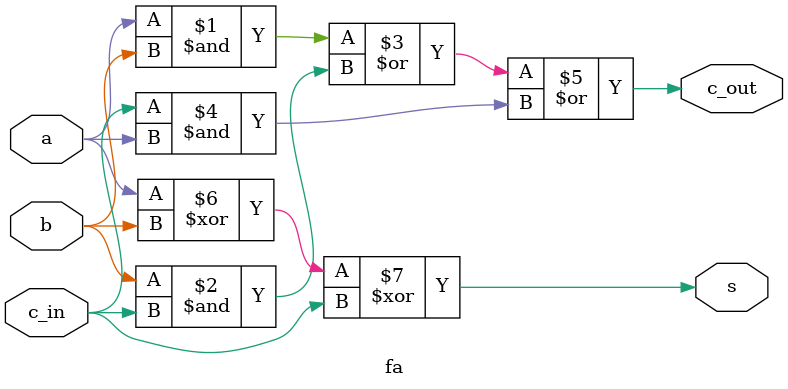
<source format=v>

module EE427_PA3_Part2(

	//////////// SEG7 //////////
	output		     [6:0]		HEX0,
	output		     [6:0]		HEX1,
	output		     [6:0]		HEX2,
	output		     [6:0]		HEX3,
	output		     [6:0]		HEX4,
	output		     [6:0]		HEX5,

	//////////// KEY //////////
	input 		     [3:0]		KEY,

	//////////// LED //////////
	output		     [9:0]		LEDR,

	//////////// SW //////////
	input 		     [9:0]		SW
);

wire [7:0] product; // product of multiplication

pipeline u_pipeline(.clk(KEY[0]), .rst_n(SW[9]), .data_a(SW[7:4]), .data_b(SW[3:0]), .result(LEDR[7:0]));
bin2dec u_inputA(.v(SW[7:4]), .hex0(HEX3[6:0]), .hex1(HEX2[6:0]));
bin2dec u_inputB(.v(SW[3:0]), .hex0(HEX1[6:0]), .hex1(HEX0[6:0]));

endmodule

module pipeline(
	input clk, rst_n,
	input [3:0] data_a, data_b,
	output reg [7:0] result
);

	// output registers
	reg [3:0] reg_and_stg1; // used in stage 1 as register
	reg [3:0] reg_fa_stg2, reg_fa_stg3; // used in stage 2, 3 as register and stage 4 register is result itself
	
	reg [3:0] reg_p0_stg2, reg_p0_stg3; // reg for p0 after the first cycle to keep passing
	
	reg [3:0] reg_p1_stg3; // reg for p1 after the second stage to keep passing
	reg [3:0] reg_cout_stg2, reg_cout_stg3; // reg for cout 
	
	reg [3:0] reg_dataA_stg1, reg_dataB_stg1; // used for stage 1 data passing
	reg [3:0] reg_dataA_stg2, reg_dataB_stg2; // used for stage 2 data passing
	reg [3:0] reg_dataA_stg3, reg_dataB_stg3; // used for stage 3 data passing
	
	// wires
	wire [3:0] and_stg1, and_stg2, and_stg3, and_stg4;
	wire [3:0] cout_stg2, cout_stg3, cout_stg4;
	wire [3:0] fa_stg2, fa_stg3, fa_stg4;
	
	// stage 1
	assign and_stg1 = data_a & {4{data_b[0]}};
	
	// output stage 1
	always@(posedge clk, negedge rst_n) begin
		if (!rst_n) begin
			reg_and_stg1 <= 0;
		end else begin
			// cycle 1
			reg_and_stg1 <= and_stg1;
		end
	end
	
	// input stage 1
	always@(posedge clk, negedge rst_n) begin
		if (!rst_n) begin
			reg_dataA_stg1 <= 0;
			reg_dataB_stg1 <= 0;
		end else begin
			reg_dataA_stg1 <= data_a;
			reg_dataB_stg1 <= data_b;
		end
	end
	
	// stage 2
	assign and_stg2 = reg_dataA_stg1 & {4{reg_dataB_stg1[1]}};
	
	fa fa_stage2_0(reg_and_stg1[1], and_stg2[0], 1'b0, cout_stg2[0], fa_stg2[0]); // far right
	fa fa_stage2_1(reg_and_stg1[2], and_stg2[1], cout_stg2[0], cout_stg2[1], fa_stg2[1]);
	fa fa_stage2_2(reg_and_stg1[3], and_stg2[2], cout_stg2[1], cout_stg2[2], fa_stg2[2]);
	fa fa_stage2_3(1'b0, and_stg2[3], cout_stg2[2], cout_stg2[3], fa_stg2[3]); // far left
	
	// output stage 2
	always@(posedge clk, negedge rst_n) begin
		if (!rst_n) begin
			reg_cout_stg2 <= 0;
			reg_p0_stg2 <= 0;
			reg_fa_stg2 <= 0;
		end else begin
			// cycle 2
			reg_cout_stg2 <= cout_stg2;
			reg_p0_stg2 <= reg_and_stg1;
			reg_fa_stg2 <= fa_stg2;
		end
	end
	
	// input stage 2
	always@(posedge clk, negedge rst_n) begin
		if (!rst_n) begin
			reg_dataA_stg2 <= 0;
			reg_dataB_stg2 <= 0;
		end else begin
			reg_dataA_stg2 <= reg_dataA_stg1;
			reg_dataB_stg2 <= reg_dataB_stg1;
		end
	end
	
	// stage 3
	assign and_stg3 = reg_dataA_stg2 & {4{reg_dataB_stg2[2]}};
	
	fa fa_stage3_0(and_stg3[0], reg_fa_stg2[1], 1'b0, cout_stg3[0], fa_stg3[0]); // far right
	fa fa_stage3_1(and_stg3[1], reg_fa_stg2[2], cout_stg3[0], cout_stg3[1], fa_stg3[1]);
	fa fa_stage3_2(and_stg3[2], reg_fa_stg2[3], cout_stg3[1], cout_stg3[2], fa_stg3[2]);
	fa fa_stage3_3(and_stg3[3], reg_cout_stg2[3], cout_stg3[2], cout_stg3[3], fa_stg3[3]); // far left
	
	// output stage 3
	always@(posedge clk, negedge rst_n) begin
		if (!rst_n) begin
			reg_cout_stg3 <= 0;
			reg_p0_stg3 <= 0;
			reg_p1_stg3 <= 0;
			reg_fa_stg3 <= 0;
		end else begin
			// cycle 3
			reg_cout_stg3 <= cout_stg3;
			reg_p0_stg3 <= reg_p0_stg2;
			reg_p1_stg3 <= reg_fa_stg2;
			reg_fa_stg3 <= fa_stg3;
		end
	end
	
	// input stage 3
	always@(posedge clk, negedge rst_n) begin
		if (!rst_n) begin
			reg_dataA_stg3 <= 0;
			reg_dataB_stg3 <= 0;
		end else begin
			reg_dataA_stg3 <= reg_dataA_stg2;
			reg_dataB_stg3 <= reg_dataB_stg2;
		end
	end
	
	// stage 4
	assign and_stg4 = reg_dataA_stg3 & {4{reg_dataB_stg3[3]}};
	
	fa fa_stage4_0(and_stg4[0], reg_fa_stg3[1], 1'b0, cout_stg4[0], fa_stg4[0]); // far right
	fa fa_stage4_1(and_stg4[1], reg_fa_stg3[2], cout_stg4[0], cout_stg4[1], fa_stg4[1]);
	fa fa_stage4_2(and_stg4[2], reg_fa_stg3[3], cout_stg4[1], cout_stg4[2], fa_stg4[2]);
	fa fa_stage4_3(and_stg4[3], reg_cout_stg3[3], cout_stg4[2], cout_stg4[3], fa_stg4[3]); // far left
	
	// output stage 4
	always@(posedge clk, negedge rst_n) begin
		if (!rst_n) begin
			result <= 0;
		end else begin
			// cycle 4
			result <= {cout_stg4[3], fa_stg4[3:0], reg_fa_stg3[0], reg_p1_stg3[0], reg_p0_stg3[0]};
		end 
	end
endmodule

module fa(
	input a, b, c_in,
	output c_out, s
);
	assign c_out = (a & b) | (b & c_in) | (c_in & a);
	assign s = a ^ b ^ c_in;
endmodule
</source>
